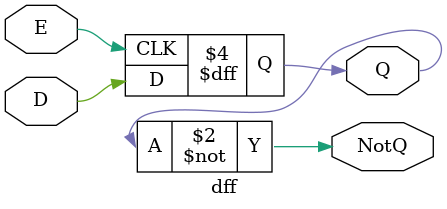
<source format=v>
module dff(
    input D, E,
    output reg Q,
    output NotQ
);

    initial begin
        Q <= 0;
    end
    
    always @(posedge E) begin
        Q <= D;
    end
    
    assign NotQ = ~Q;

endmodule
</source>
